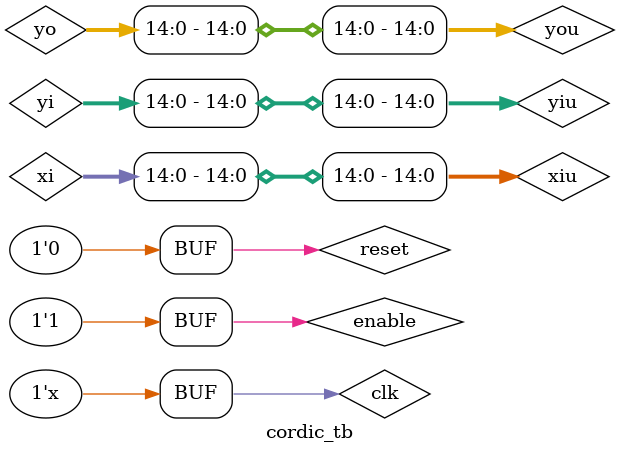
<source format=v>



module cordic_tb();

   cordic cordic(clk, reset, enable, xi, yi, zi, xo, yo, zo );

   reg reset;
   reg clk;
   reg enable;
   reg [15:0] xi, yi, zi;
   
   initial reset = 1'b1;
   initial #1000 reset = 1'b0;

   initial clk = 1'b0;
   always #50 clk <= ~clk;
   
   initial enable = 1'b1;

   initial zi = 16'b0;

   always @(posedge clk)
     zi <= #1 zi + 16'd0;
   
   wire [15:0] xo,yo,zo;

   initial $dumpfile("cordic.vcd");
  initial $dumpvars(0,cordic_tb);
   initial
     begin
`include "sine.txt"
     end

	wire [15:0] xiu = {~xi[15],xi[14:0]};
	wire [15:0] yiu = {~yi[15],yi[14:0]};
	wire [15:0] xou = {~xo[15],xo[14:0]};
	wire [15:0] you = {~yo[15],yo[14:0]};
   initial $monitor("%d\t%d\t%d\t%d\t%d",$time,xiu,yiu,xou,you);

endmodule // cordic_tb

</source>
